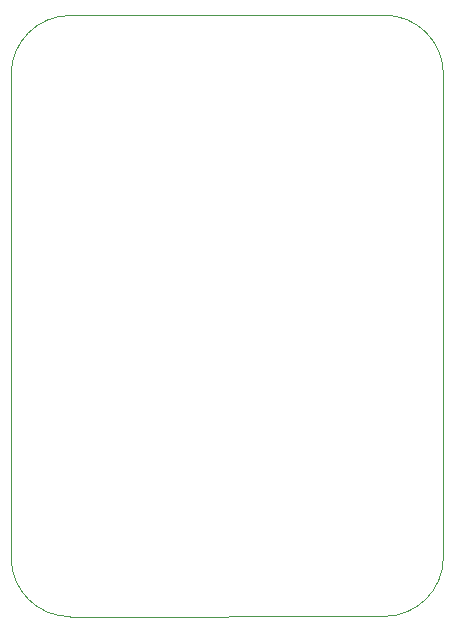
<source format=gm1>
G04 #@! TF.GenerationSoftware,KiCad,Pcbnew,(5.1.2)-2*
G04 #@! TF.CreationDate,2020-07-25T22:21:04+02:00*
G04 #@! TF.ProjectId,Adapter,41646170-7465-4722-9e6b-696361645f70,1*
G04 #@! TF.SameCoordinates,Original*
G04 #@! TF.FileFunction,Profile,NP*
%FSLAX46Y46*%
G04 Gerber Fmt 4.6, Leading zero omitted, Abs format (unit mm)*
G04 Created by KiCad (PCBNEW (5.1.2)-2) date 2020-07-25 22:21:04*
%MOMM*%
%LPD*%
G04 APERTURE LIST*
%ADD10C,0.050000*%
G04 APERTURE END LIST*
D10*
X138816080Y-68209160D02*
X165409880Y-68183760D01*
X138816080Y-119110760D02*
X165409880Y-119085360D01*
X170413680Y-73187560D02*
X170413680Y-114081560D01*
X133812280Y-73212960D02*
X133812280Y-114106960D01*
X133812280Y-73212960D02*
G75*
G02X138816080Y-68209160I5003800J0D01*
G01*
X165409880Y-68183760D02*
G75*
G02X170413680Y-73187560I0J-5003800D01*
G01*
X170413680Y-114081560D02*
G75*
G02X165409880Y-119085360I-5003800J0D01*
G01*
X138816080Y-119110760D02*
G75*
G02X133812280Y-114106960I0J5003800D01*
G01*
M02*

</source>
